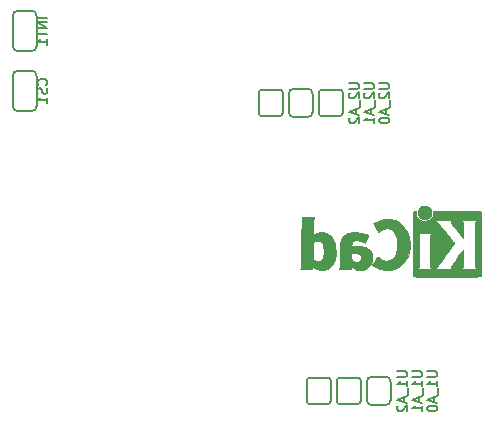
<source format=gbo>
G04 #@! TF.FileFunction,Legend,Bot*
%FSLAX46Y46*%
G04 Gerber Fmt 4.6, Leading zero omitted, Abs format (unit mm)*
G04 Created by KiCad (PCBNEW 4.0.7) date 04/09/18 16:02:50*
%MOMM*%
%LPD*%
G01*
G04 APERTURE LIST*
%ADD10C,0.100000*%
%ADD11C,0.152400*%
%ADD12C,0.010000*%
G04 APERTURE END LIST*
D10*
D11*
X106172000Y-81026000D02*
X106172000Y-83566000D01*
X106629200Y-80568800D02*
X107746800Y-80568800D01*
X106629200Y-84023200D02*
X107746800Y-84023200D01*
X108204000Y-83566000D02*
X108204000Y-81026000D01*
X107746800Y-80568800D02*
G75*
G02X108204000Y-81026000I0J-457200D01*
G01*
X108204000Y-83566000D02*
G75*
G02X107746800Y-84023200I-457200J0D01*
G01*
X106629200Y-84023200D02*
G75*
G02X106172000Y-83566000I0J457200D01*
G01*
X106172000Y-81026000D02*
G75*
G02X106629200Y-80568800I457200J0D01*
G01*
X106172000Y-75946000D02*
X106172000Y-78486000D01*
X106629200Y-75488800D02*
X107746800Y-75488800D01*
X106629200Y-78943200D02*
X107746800Y-78943200D01*
X108204000Y-78486000D02*
X108204000Y-75946000D01*
X107746800Y-75488800D02*
G75*
G02X108204000Y-75946000I0J-457200D01*
G01*
X108204000Y-78486000D02*
G75*
G02X107746800Y-78943200I-457200J0D01*
G01*
X106629200Y-78943200D02*
G75*
G02X106172000Y-78486000I0J457200D01*
G01*
X106172000Y-75946000D02*
G75*
G02X106629200Y-75488800I457200J0D01*
G01*
X138176000Y-108458000D02*
X138176000Y-106934000D01*
X137718800Y-108915200D02*
X136601200Y-108915200D01*
X137718800Y-106476800D02*
X136601200Y-106476800D01*
X136144000Y-106934000D02*
X136144000Y-108458000D01*
X136601200Y-108915200D02*
G75*
G02X136144000Y-108458000I0J457200D01*
G01*
X136144000Y-106934000D02*
G75*
G02X136601200Y-106476800I457200J0D01*
G01*
X137718800Y-106476800D02*
G75*
G02X138176000Y-106934000I0J-457200D01*
G01*
X138176000Y-108458000D02*
G75*
G02X137718800Y-108915200I-457200J0D01*
G01*
X135636000Y-108559600D02*
X135636000Y-106832400D01*
X135382000Y-108813600D02*
X133858000Y-108813600D01*
X135382000Y-106578400D02*
X133858000Y-106578400D01*
X133604000Y-106832400D02*
X133604000Y-108559600D01*
X133858000Y-108813600D02*
G75*
G02X133604000Y-108559600I0J254000D01*
G01*
X133604000Y-106832400D02*
G75*
G02X133858000Y-106578400I254000J0D01*
G01*
X135382000Y-106578400D02*
G75*
G02X135636000Y-106832400I0J-254000D01*
G01*
X135636000Y-108559600D02*
G75*
G02X135382000Y-108813600I-254000J0D01*
G01*
X133096000Y-108559600D02*
X133096000Y-106832400D01*
X132842000Y-108813600D02*
X131318000Y-108813600D01*
X132842000Y-106578400D02*
X131318000Y-106578400D01*
X131064000Y-106832400D02*
X131064000Y-108559600D01*
X131318000Y-108813600D02*
G75*
G02X131064000Y-108559600I0J254000D01*
G01*
X131064000Y-106832400D02*
G75*
G02X131318000Y-106578400I254000J0D01*
G01*
X132842000Y-106578400D02*
G75*
G02X133096000Y-106832400I0J-254000D01*
G01*
X133096000Y-108559600D02*
G75*
G02X132842000Y-108813600I-254000J0D01*
G01*
X134112000Y-84175600D02*
X134112000Y-82448400D01*
X133858000Y-84429600D02*
X132334000Y-84429600D01*
X133858000Y-82194400D02*
X132334000Y-82194400D01*
X132080000Y-82448400D02*
X132080000Y-84175600D01*
X132334000Y-84429600D02*
G75*
G02X132080000Y-84175600I0J254000D01*
G01*
X132080000Y-82448400D02*
G75*
G02X132334000Y-82194400I254000J0D01*
G01*
X133858000Y-82194400D02*
G75*
G02X134112000Y-82448400I0J-254000D01*
G01*
X134112000Y-84175600D02*
G75*
G02X133858000Y-84429600I-254000J0D01*
G01*
X131572000Y-84074000D02*
X131572000Y-82550000D01*
X131114800Y-84531200D02*
X129997200Y-84531200D01*
X131114800Y-82092800D02*
X129997200Y-82092800D01*
X129540000Y-82550000D02*
X129540000Y-84074000D01*
X129997200Y-84531200D02*
G75*
G02X129540000Y-84074000I0J457200D01*
G01*
X129540000Y-82550000D02*
G75*
G02X129997200Y-82092800I457200J0D01*
G01*
X131114800Y-82092800D02*
G75*
G02X131572000Y-82550000I0J-457200D01*
G01*
X131572000Y-84074000D02*
G75*
G02X131114800Y-84531200I-457200J0D01*
G01*
X129032000Y-84175600D02*
X129032000Y-82448400D01*
X128778000Y-84429600D02*
X127254000Y-84429600D01*
X128778000Y-82194400D02*
X127254000Y-82194400D01*
X127000000Y-82448400D02*
X127000000Y-84175600D01*
X127254000Y-84429600D02*
G75*
G02X127000000Y-84175600I0J254000D01*
G01*
X127000000Y-82448400D02*
G75*
G02X127254000Y-82194400I254000J0D01*
G01*
X128778000Y-82194400D02*
G75*
G02X129032000Y-82448400I0J-254000D01*
G01*
X129032000Y-84175600D02*
G75*
G02X128778000Y-84429600I-254000J0D01*
G01*
D12*
G36*
X144131743Y-92469689D02*
X143867220Y-92469725D01*
X143744088Y-92469730D01*
X141773189Y-92469730D01*
X141773189Y-92585910D01*
X141760789Y-92727291D01*
X141723364Y-92857684D01*
X141660577Y-92977862D01*
X141572094Y-93088602D01*
X141542157Y-93118511D01*
X141434466Y-93203348D01*
X141315725Y-93265221D01*
X141189460Y-93304159D01*
X141059197Y-93320190D01*
X140928465Y-93313342D01*
X140800788Y-93283643D01*
X140679695Y-93231120D01*
X140568712Y-93155803D01*
X140518868Y-93110363D01*
X140425983Y-92998952D01*
X140357873Y-92876435D01*
X140315129Y-92744215D01*
X140298347Y-92603692D01*
X140298124Y-92589867D01*
X140297244Y-92469734D01*
X140244443Y-92469732D01*
X140197604Y-92476089D01*
X140154817Y-92491556D01*
X140151989Y-92493154D01*
X140142325Y-92498168D01*
X140133451Y-92502073D01*
X140125335Y-92506007D01*
X140117943Y-92511106D01*
X140111245Y-92518508D01*
X140105208Y-92529351D01*
X140099801Y-92544772D01*
X140094990Y-92565909D01*
X140090745Y-92593899D01*
X140087032Y-92629879D01*
X140083821Y-92674987D01*
X140081078Y-92730360D01*
X140078772Y-92797137D01*
X140076871Y-92876453D01*
X140075342Y-92969447D01*
X140074154Y-93077257D01*
X140073274Y-93201019D01*
X140072670Y-93341871D01*
X140072311Y-93500950D01*
X140072165Y-93679395D01*
X140072198Y-93878342D01*
X140072380Y-94098929D01*
X140072677Y-94342293D01*
X140073059Y-94609572D01*
X140073492Y-94901903D01*
X140073945Y-95220424D01*
X140073998Y-95259230D01*
X140074404Y-95579782D01*
X140074749Y-95874012D01*
X140075069Y-96143056D01*
X140075400Y-96388052D01*
X140075779Y-96610137D01*
X140076243Y-96810447D01*
X140076828Y-96990119D01*
X140077570Y-97150290D01*
X140078506Y-97292098D01*
X140079673Y-97416679D01*
X140081107Y-97525170D01*
X140082844Y-97618707D01*
X140084922Y-97698429D01*
X140087376Y-97765472D01*
X140090244Y-97820973D01*
X140093561Y-97866068D01*
X140097364Y-97901895D01*
X140101690Y-97929591D01*
X140106575Y-97950293D01*
X140112055Y-97965137D01*
X140118168Y-97975260D01*
X140124950Y-97981800D01*
X140132437Y-97985893D01*
X140140666Y-97988676D01*
X140149673Y-97991287D01*
X140159495Y-97994862D01*
X140161894Y-97995950D01*
X140169435Y-97998396D01*
X140182056Y-98000642D01*
X140200859Y-98002698D01*
X140226947Y-98004572D01*
X140261422Y-98006271D01*
X140305385Y-98007803D01*
X140359939Y-98009177D01*
X140426185Y-98010400D01*
X140505226Y-98011481D01*
X140598163Y-98012427D01*
X140706099Y-98013247D01*
X140830136Y-98013947D01*
X140971376Y-98014538D01*
X141130921Y-98015025D01*
X141309872Y-98015419D01*
X141509332Y-98015725D01*
X141730404Y-98015953D01*
X141974188Y-98016110D01*
X142241787Y-98016205D01*
X142534303Y-98016245D01*
X142852839Y-98016238D01*
X142956021Y-98016228D01*
X143281623Y-98016176D01*
X143580881Y-98016091D01*
X143854909Y-98015963D01*
X144104824Y-98015785D01*
X144331740Y-98015548D01*
X144536773Y-98015242D01*
X144721038Y-98014860D01*
X144885650Y-98014392D01*
X145031725Y-98013830D01*
X145160376Y-98013165D01*
X145272721Y-98012388D01*
X145369874Y-98011491D01*
X145452950Y-98010465D01*
X145523064Y-98009301D01*
X145581332Y-98007991D01*
X145628869Y-98006525D01*
X145666790Y-98004896D01*
X145696210Y-98003093D01*
X145718245Y-98001110D01*
X145734010Y-97998936D01*
X145744620Y-97996563D01*
X145750404Y-97994391D01*
X145760684Y-97990056D01*
X145770122Y-97986859D01*
X145778755Y-97983665D01*
X145786619Y-97979338D01*
X145793748Y-97972744D01*
X145800179Y-97962747D01*
X145805947Y-97948212D01*
X145811089Y-97928003D01*
X145815640Y-97900985D01*
X145819635Y-97866023D01*
X145823111Y-97821981D01*
X145826102Y-97767724D01*
X145828646Y-97702117D01*
X145830777Y-97624024D01*
X145832532Y-97532310D01*
X145833945Y-97425840D01*
X145834315Y-97384973D01*
X145467884Y-97384973D01*
X144172734Y-97384973D01*
X144197655Y-97347217D01*
X144222447Y-97308417D01*
X144243440Y-97271469D01*
X144260935Y-97233788D01*
X144275230Y-97192788D01*
X144286623Y-97145883D01*
X144295413Y-97090487D01*
X144301898Y-97024016D01*
X144306377Y-96943883D01*
X144309150Y-96847502D01*
X144310513Y-96732289D01*
X144310767Y-96595657D01*
X144310209Y-96435020D01*
X144309893Y-96375382D01*
X144306325Y-95736041D01*
X143901298Y-96287449D01*
X143786554Y-96443876D01*
X143687143Y-96580088D01*
X143601990Y-96697890D01*
X143530022Y-96799084D01*
X143470166Y-96885477D01*
X143421348Y-96958874D01*
X143382495Y-97021077D01*
X143352534Y-97073893D01*
X143330391Y-97119125D01*
X143314993Y-97158578D01*
X143305266Y-97194058D01*
X143300137Y-97227368D01*
X143298532Y-97260313D01*
X143299379Y-97294697D01*
X143299595Y-97299019D01*
X143304054Y-97385031D01*
X141884692Y-97384973D01*
X141990265Y-97278522D01*
X142018913Y-97249406D01*
X142046090Y-97221076D01*
X142072989Y-97191968D01*
X142100803Y-97160520D01*
X142130725Y-97125169D01*
X142163946Y-97084354D01*
X142201661Y-97036511D01*
X142245060Y-96980079D01*
X142295338Y-96913494D01*
X142353688Y-96835195D01*
X142421300Y-96743619D01*
X142499369Y-96637204D01*
X142589088Y-96514387D01*
X142691648Y-96373605D01*
X142808242Y-96213297D01*
X142903809Y-96081798D01*
X143023749Y-95916596D01*
X143128380Y-95772152D01*
X143218648Y-95647094D01*
X143295503Y-95540052D01*
X143359891Y-95449654D01*
X143412761Y-95374529D01*
X143455060Y-95313304D01*
X143487736Y-95264610D01*
X143511738Y-95227074D01*
X143528013Y-95199325D01*
X143537508Y-95179992D01*
X143541173Y-95167703D01*
X143540071Y-95161242D01*
X143526724Y-95144048D01*
X143497866Y-95107655D01*
X143455240Y-95054224D01*
X143400585Y-94985919D01*
X143335644Y-94904903D01*
X143262158Y-94813340D01*
X143181868Y-94713392D01*
X143096515Y-94607224D01*
X143007840Y-94496997D01*
X142917586Y-94384876D01*
X142867944Y-94323244D01*
X141635373Y-94323244D01*
X141584146Y-94415919D01*
X141532919Y-94508595D01*
X141532919Y-97199622D01*
X141584146Y-97292298D01*
X141635373Y-97384973D01*
X141029396Y-97384973D01*
X140884734Y-97384931D01*
X140765244Y-97384741D01*
X140668642Y-97384308D01*
X140592642Y-97383536D01*
X140534957Y-97382330D01*
X140493301Y-97380594D01*
X140465389Y-97378232D01*
X140448935Y-97375150D01*
X140441652Y-97371251D01*
X140441255Y-97366440D01*
X140445458Y-97360622D01*
X140445501Y-97360574D01*
X140462813Y-97335532D01*
X140485736Y-97294815D01*
X140505981Y-97254168D01*
X140544379Y-97172162D01*
X140552211Y-94323244D01*
X141635373Y-94323244D01*
X142867944Y-94323244D01*
X142827493Y-94273024D01*
X142739302Y-94163604D01*
X142654754Y-94058778D01*
X142575592Y-93960711D01*
X142503556Y-93871566D01*
X142440387Y-93793505D01*
X142387827Y-93728692D01*
X142347617Y-93679290D01*
X142324000Y-93650487D01*
X142232290Y-93542778D01*
X142144060Y-93445580D01*
X142062403Y-93362076D01*
X141990410Y-93295448D01*
X141939319Y-93254599D01*
X141878907Y-93211135D01*
X143268298Y-93211135D01*
X143267908Y-93292666D01*
X143271791Y-93352606D01*
X143286390Y-93408177D01*
X143308988Y-93460855D01*
X143323678Y-93490615D01*
X143339472Y-93520103D01*
X143357814Y-93551276D01*
X143380145Y-93586093D01*
X143407909Y-93626510D01*
X143442549Y-93674486D01*
X143485507Y-93731978D01*
X143538227Y-93800943D01*
X143602151Y-93883339D01*
X143678721Y-93981124D01*
X143769381Y-94096255D01*
X143875574Y-94230690D01*
X143887568Y-94245859D01*
X144306325Y-94775412D01*
X144310378Y-94188922D01*
X144311195Y-94013251D01*
X144311021Y-93864532D01*
X144309849Y-93742275D01*
X144307669Y-93645989D01*
X144304474Y-93575183D01*
X144300256Y-93529369D01*
X144298838Y-93520679D01*
X144276591Y-93429135D01*
X144247443Y-93346608D01*
X144214182Y-93280253D01*
X144194200Y-93252110D01*
X144159722Y-93211135D01*
X144813914Y-93211135D01*
X144969969Y-93211269D01*
X145100467Y-93211703D01*
X145207310Y-93212489D01*
X145292398Y-93213676D01*
X145357635Y-93215317D01*
X145404921Y-93217461D01*
X145436157Y-93220159D01*
X145453246Y-93223462D01*
X145458088Y-93227421D01*
X145457753Y-93228298D01*
X145443885Y-93249231D01*
X145420732Y-93282412D01*
X145408754Y-93299193D01*
X145396369Y-93315940D01*
X145385237Y-93330915D01*
X145375288Y-93345594D01*
X145366451Y-93361449D01*
X145358657Y-93379955D01*
X145351835Y-93402585D01*
X145345916Y-93430813D01*
X145340829Y-93466113D01*
X145336504Y-93509958D01*
X145332871Y-93563822D01*
X145329860Y-93629180D01*
X145327401Y-93707504D01*
X145325423Y-93800268D01*
X145323858Y-93908947D01*
X145322634Y-94035013D01*
X145321681Y-94179942D01*
X145320930Y-94345206D01*
X145320311Y-94532279D01*
X145319752Y-94742635D01*
X145319185Y-94977748D01*
X145318655Y-95193741D01*
X145318155Y-95434535D01*
X145317895Y-95664274D01*
X145317868Y-95881493D01*
X145318067Y-96084722D01*
X145318486Y-96272496D01*
X145319118Y-96443345D01*
X145319956Y-96595803D01*
X145320992Y-96728403D01*
X145322220Y-96839676D01*
X145323633Y-96928156D01*
X145325225Y-96992375D01*
X145326987Y-97030865D01*
X145327321Y-97034933D01*
X145339466Y-97128248D01*
X145358427Y-97203190D01*
X145387302Y-97268594D01*
X145429190Y-97333293D01*
X145434429Y-97340352D01*
X145467884Y-97384973D01*
X145834315Y-97384973D01*
X145835054Y-97303479D01*
X145835893Y-97164090D01*
X145836498Y-97006539D01*
X145836905Y-96829691D01*
X145837150Y-96632410D01*
X145837267Y-96413560D01*
X145837295Y-96172007D01*
X145837267Y-95906615D01*
X145837220Y-95616249D01*
X145837190Y-95299773D01*
X145837189Y-95236946D01*
X145837172Y-94917137D01*
X145837112Y-94623661D01*
X145837002Y-94355390D01*
X145836833Y-94111198D01*
X145836597Y-93889957D01*
X145836284Y-93690540D01*
X145835885Y-93511820D01*
X145835393Y-93352671D01*
X145834797Y-93211966D01*
X145834090Y-93088576D01*
X145833263Y-92981376D01*
X145832307Y-92889238D01*
X145831213Y-92811035D01*
X145829973Y-92745641D01*
X145828578Y-92691928D01*
X145827018Y-92648769D01*
X145825286Y-92615037D01*
X145823372Y-92589605D01*
X145821268Y-92571347D01*
X145818966Y-92559134D01*
X145816455Y-92551841D01*
X145816363Y-92551659D01*
X145811192Y-92540518D01*
X145806885Y-92530431D01*
X145802121Y-92521346D01*
X145795578Y-92513212D01*
X145785935Y-92505976D01*
X145771871Y-92499586D01*
X145752063Y-92493989D01*
X145725191Y-92489133D01*
X145689933Y-92484966D01*
X145644968Y-92481436D01*
X145588974Y-92478491D01*
X145520629Y-92476077D01*
X145438614Y-92474144D01*
X145341605Y-92472638D01*
X145228282Y-92471508D01*
X145097323Y-92470702D01*
X144947407Y-92470166D01*
X144777213Y-92469849D01*
X144585418Y-92469699D01*
X144370702Y-92469663D01*
X144131743Y-92469689D01*
X144131743Y-92469689D01*
G37*
X144131743Y-92469689D02*
X143867220Y-92469725D01*
X143744088Y-92469730D01*
X141773189Y-92469730D01*
X141773189Y-92585910D01*
X141760789Y-92727291D01*
X141723364Y-92857684D01*
X141660577Y-92977862D01*
X141572094Y-93088602D01*
X141542157Y-93118511D01*
X141434466Y-93203348D01*
X141315725Y-93265221D01*
X141189460Y-93304159D01*
X141059197Y-93320190D01*
X140928465Y-93313342D01*
X140800788Y-93283643D01*
X140679695Y-93231120D01*
X140568712Y-93155803D01*
X140518868Y-93110363D01*
X140425983Y-92998952D01*
X140357873Y-92876435D01*
X140315129Y-92744215D01*
X140298347Y-92603692D01*
X140298124Y-92589867D01*
X140297244Y-92469734D01*
X140244443Y-92469732D01*
X140197604Y-92476089D01*
X140154817Y-92491556D01*
X140151989Y-92493154D01*
X140142325Y-92498168D01*
X140133451Y-92502073D01*
X140125335Y-92506007D01*
X140117943Y-92511106D01*
X140111245Y-92518508D01*
X140105208Y-92529351D01*
X140099801Y-92544772D01*
X140094990Y-92565909D01*
X140090745Y-92593899D01*
X140087032Y-92629879D01*
X140083821Y-92674987D01*
X140081078Y-92730360D01*
X140078772Y-92797137D01*
X140076871Y-92876453D01*
X140075342Y-92969447D01*
X140074154Y-93077257D01*
X140073274Y-93201019D01*
X140072670Y-93341871D01*
X140072311Y-93500950D01*
X140072165Y-93679395D01*
X140072198Y-93878342D01*
X140072380Y-94098929D01*
X140072677Y-94342293D01*
X140073059Y-94609572D01*
X140073492Y-94901903D01*
X140073945Y-95220424D01*
X140073998Y-95259230D01*
X140074404Y-95579782D01*
X140074749Y-95874012D01*
X140075069Y-96143056D01*
X140075400Y-96388052D01*
X140075779Y-96610137D01*
X140076243Y-96810447D01*
X140076828Y-96990119D01*
X140077570Y-97150290D01*
X140078506Y-97292098D01*
X140079673Y-97416679D01*
X140081107Y-97525170D01*
X140082844Y-97618707D01*
X140084922Y-97698429D01*
X140087376Y-97765472D01*
X140090244Y-97820973D01*
X140093561Y-97866068D01*
X140097364Y-97901895D01*
X140101690Y-97929591D01*
X140106575Y-97950293D01*
X140112055Y-97965137D01*
X140118168Y-97975260D01*
X140124950Y-97981800D01*
X140132437Y-97985893D01*
X140140666Y-97988676D01*
X140149673Y-97991287D01*
X140159495Y-97994862D01*
X140161894Y-97995950D01*
X140169435Y-97998396D01*
X140182056Y-98000642D01*
X140200859Y-98002698D01*
X140226947Y-98004572D01*
X140261422Y-98006271D01*
X140305385Y-98007803D01*
X140359939Y-98009177D01*
X140426185Y-98010400D01*
X140505226Y-98011481D01*
X140598163Y-98012427D01*
X140706099Y-98013247D01*
X140830136Y-98013947D01*
X140971376Y-98014538D01*
X141130921Y-98015025D01*
X141309872Y-98015419D01*
X141509332Y-98015725D01*
X141730404Y-98015953D01*
X141974188Y-98016110D01*
X142241787Y-98016205D01*
X142534303Y-98016245D01*
X142852839Y-98016238D01*
X142956021Y-98016228D01*
X143281623Y-98016176D01*
X143580881Y-98016091D01*
X143854909Y-98015963D01*
X144104824Y-98015785D01*
X144331740Y-98015548D01*
X144536773Y-98015242D01*
X144721038Y-98014860D01*
X144885650Y-98014392D01*
X145031725Y-98013830D01*
X145160376Y-98013165D01*
X145272721Y-98012388D01*
X145369874Y-98011491D01*
X145452950Y-98010465D01*
X145523064Y-98009301D01*
X145581332Y-98007991D01*
X145628869Y-98006525D01*
X145666790Y-98004896D01*
X145696210Y-98003093D01*
X145718245Y-98001110D01*
X145734010Y-97998936D01*
X145744620Y-97996563D01*
X145750404Y-97994391D01*
X145760684Y-97990056D01*
X145770122Y-97986859D01*
X145778755Y-97983665D01*
X145786619Y-97979338D01*
X145793748Y-97972744D01*
X145800179Y-97962747D01*
X145805947Y-97948212D01*
X145811089Y-97928003D01*
X145815640Y-97900985D01*
X145819635Y-97866023D01*
X145823111Y-97821981D01*
X145826102Y-97767724D01*
X145828646Y-97702117D01*
X145830777Y-97624024D01*
X145832532Y-97532310D01*
X145833945Y-97425840D01*
X145834315Y-97384973D01*
X145467884Y-97384973D01*
X144172734Y-97384973D01*
X144197655Y-97347217D01*
X144222447Y-97308417D01*
X144243440Y-97271469D01*
X144260935Y-97233788D01*
X144275230Y-97192788D01*
X144286623Y-97145883D01*
X144295413Y-97090487D01*
X144301898Y-97024016D01*
X144306377Y-96943883D01*
X144309150Y-96847502D01*
X144310513Y-96732289D01*
X144310767Y-96595657D01*
X144310209Y-96435020D01*
X144309893Y-96375382D01*
X144306325Y-95736041D01*
X143901298Y-96287449D01*
X143786554Y-96443876D01*
X143687143Y-96580088D01*
X143601990Y-96697890D01*
X143530022Y-96799084D01*
X143470166Y-96885477D01*
X143421348Y-96958874D01*
X143382495Y-97021077D01*
X143352534Y-97073893D01*
X143330391Y-97119125D01*
X143314993Y-97158578D01*
X143305266Y-97194058D01*
X143300137Y-97227368D01*
X143298532Y-97260313D01*
X143299379Y-97294697D01*
X143299595Y-97299019D01*
X143304054Y-97385031D01*
X141884692Y-97384973D01*
X141990265Y-97278522D01*
X142018913Y-97249406D01*
X142046090Y-97221076D01*
X142072989Y-97191968D01*
X142100803Y-97160520D01*
X142130725Y-97125169D01*
X142163946Y-97084354D01*
X142201661Y-97036511D01*
X142245060Y-96980079D01*
X142295338Y-96913494D01*
X142353688Y-96835195D01*
X142421300Y-96743619D01*
X142499369Y-96637204D01*
X142589088Y-96514387D01*
X142691648Y-96373605D01*
X142808242Y-96213297D01*
X142903809Y-96081798D01*
X143023749Y-95916596D01*
X143128380Y-95772152D01*
X143218648Y-95647094D01*
X143295503Y-95540052D01*
X143359891Y-95449654D01*
X143412761Y-95374529D01*
X143455060Y-95313304D01*
X143487736Y-95264610D01*
X143511738Y-95227074D01*
X143528013Y-95199325D01*
X143537508Y-95179992D01*
X143541173Y-95167703D01*
X143540071Y-95161242D01*
X143526724Y-95144048D01*
X143497866Y-95107655D01*
X143455240Y-95054224D01*
X143400585Y-94985919D01*
X143335644Y-94904903D01*
X143262158Y-94813340D01*
X143181868Y-94713392D01*
X143096515Y-94607224D01*
X143007840Y-94496997D01*
X142917586Y-94384876D01*
X142867944Y-94323244D01*
X141635373Y-94323244D01*
X141584146Y-94415919D01*
X141532919Y-94508595D01*
X141532919Y-97199622D01*
X141584146Y-97292298D01*
X141635373Y-97384973D01*
X141029396Y-97384973D01*
X140884734Y-97384931D01*
X140765244Y-97384741D01*
X140668642Y-97384308D01*
X140592642Y-97383536D01*
X140534957Y-97382330D01*
X140493301Y-97380594D01*
X140465389Y-97378232D01*
X140448935Y-97375150D01*
X140441652Y-97371251D01*
X140441255Y-97366440D01*
X140445458Y-97360622D01*
X140445501Y-97360574D01*
X140462813Y-97335532D01*
X140485736Y-97294815D01*
X140505981Y-97254168D01*
X140544379Y-97172162D01*
X140552211Y-94323244D01*
X141635373Y-94323244D01*
X142867944Y-94323244D01*
X142827493Y-94273024D01*
X142739302Y-94163604D01*
X142654754Y-94058778D01*
X142575592Y-93960711D01*
X142503556Y-93871566D01*
X142440387Y-93793505D01*
X142387827Y-93728692D01*
X142347617Y-93679290D01*
X142324000Y-93650487D01*
X142232290Y-93542778D01*
X142144060Y-93445580D01*
X142062403Y-93362076D01*
X141990410Y-93295448D01*
X141939319Y-93254599D01*
X141878907Y-93211135D01*
X143268298Y-93211135D01*
X143267908Y-93292666D01*
X143271791Y-93352606D01*
X143286390Y-93408177D01*
X143308988Y-93460855D01*
X143323678Y-93490615D01*
X143339472Y-93520103D01*
X143357814Y-93551276D01*
X143380145Y-93586093D01*
X143407909Y-93626510D01*
X143442549Y-93674486D01*
X143485507Y-93731978D01*
X143538227Y-93800943D01*
X143602151Y-93883339D01*
X143678721Y-93981124D01*
X143769381Y-94096255D01*
X143875574Y-94230690D01*
X143887568Y-94245859D01*
X144306325Y-94775412D01*
X144310378Y-94188922D01*
X144311195Y-94013251D01*
X144311021Y-93864532D01*
X144309849Y-93742275D01*
X144307669Y-93645989D01*
X144304474Y-93575183D01*
X144300256Y-93529369D01*
X144298838Y-93520679D01*
X144276591Y-93429135D01*
X144247443Y-93346608D01*
X144214182Y-93280253D01*
X144194200Y-93252110D01*
X144159722Y-93211135D01*
X144813914Y-93211135D01*
X144969969Y-93211269D01*
X145100467Y-93211703D01*
X145207310Y-93212489D01*
X145292398Y-93213676D01*
X145357635Y-93215317D01*
X145404921Y-93217461D01*
X145436157Y-93220159D01*
X145453246Y-93223462D01*
X145458088Y-93227421D01*
X145457753Y-93228298D01*
X145443885Y-93249231D01*
X145420732Y-93282412D01*
X145408754Y-93299193D01*
X145396369Y-93315940D01*
X145385237Y-93330915D01*
X145375288Y-93345594D01*
X145366451Y-93361449D01*
X145358657Y-93379955D01*
X145351835Y-93402585D01*
X145345916Y-93430813D01*
X145340829Y-93466113D01*
X145336504Y-93509958D01*
X145332871Y-93563822D01*
X145329860Y-93629180D01*
X145327401Y-93707504D01*
X145325423Y-93800268D01*
X145323858Y-93908947D01*
X145322634Y-94035013D01*
X145321681Y-94179942D01*
X145320930Y-94345206D01*
X145320311Y-94532279D01*
X145319752Y-94742635D01*
X145319185Y-94977748D01*
X145318655Y-95193741D01*
X145318155Y-95434535D01*
X145317895Y-95664274D01*
X145317868Y-95881493D01*
X145318067Y-96084722D01*
X145318486Y-96272496D01*
X145319118Y-96443345D01*
X145319956Y-96595803D01*
X145320992Y-96728403D01*
X145322220Y-96839676D01*
X145323633Y-96928156D01*
X145325225Y-96992375D01*
X145326987Y-97030865D01*
X145327321Y-97034933D01*
X145339466Y-97128248D01*
X145358427Y-97203190D01*
X145387302Y-97268594D01*
X145429190Y-97333293D01*
X145434429Y-97340352D01*
X145467884Y-97384973D01*
X145834315Y-97384973D01*
X145835054Y-97303479D01*
X145835893Y-97164090D01*
X145836498Y-97006539D01*
X145836905Y-96829691D01*
X145837150Y-96632410D01*
X145837267Y-96413560D01*
X145837295Y-96172007D01*
X145837267Y-95906615D01*
X145837220Y-95616249D01*
X145837190Y-95299773D01*
X145837189Y-95236946D01*
X145837172Y-94917137D01*
X145837112Y-94623661D01*
X145837002Y-94355390D01*
X145836833Y-94111198D01*
X145836597Y-93889957D01*
X145836284Y-93690540D01*
X145835885Y-93511820D01*
X145835393Y-93352671D01*
X145834797Y-93211966D01*
X145834090Y-93088576D01*
X145833263Y-92981376D01*
X145832307Y-92889238D01*
X145831213Y-92811035D01*
X145829973Y-92745641D01*
X145828578Y-92691928D01*
X145827018Y-92648769D01*
X145825286Y-92615037D01*
X145823372Y-92589605D01*
X145821268Y-92571347D01*
X145818966Y-92559134D01*
X145816455Y-92551841D01*
X145816363Y-92551659D01*
X145811192Y-92540518D01*
X145806885Y-92530431D01*
X145802121Y-92521346D01*
X145795578Y-92513212D01*
X145785935Y-92505976D01*
X145771871Y-92499586D01*
X145752063Y-92493989D01*
X145725191Y-92489133D01*
X145689933Y-92484966D01*
X145644968Y-92481436D01*
X145588974Y-92478491D01*
X145520629Y-92476077D01*
X145438614Y-92474144D01*
X145341605Y-92472638D01*
X145228282Y-92471508D01*
X145097323Y-92470702D01*
X144947407Y-92470166D01*
X144777213Y-92469849D01*
X144585418Y-92469699D01*
X144370702Y-92469663D01*
X144131743Y-92469689D01*
G36*
X137736038Y-93156499D02*
X137587986Y-93172707D01*
X137444548Y-93201718D01*
X137299890Y-93245045D01*
X137148176Y-93304201D01*
X136983572Y-93380700D01*
X136953929Y-93395517D01*
X136885902Y-93429031D01*
X136821744Y-93459208D01*
X136767785Y-93483166D01*
X136730360Y-93498024D01*
X136724611Y-93499895D01*
X136669514Y-93516402D01*
X136916149Y-93875201D01*
X136976448Y-93962893D01*
X137031578Y-94043012D01*
X137079664Y-94112836D01*
X137118832Y-94169647D01*
X137147206Y-94210723D01*
X137162913Y-94233346D01*
X137165464Y-94236928D01*
X137175829Y-94229438D01*
X137201340Y-94206918D01*
X137237437Y-94173461D01*
X137257358Y-94154550D01*
X137370227Y-94064778D01*
X137496986Y-93996561D01*
X137606217Y-93959195D01*
X137671786Y-93947460D01*
X137753884Y-93940308D01*
X137842856Y-93937874D01*
X137929044Y-93940288D01*
X138002795Y-93947683D01*
X138032224Y-93953347D01*
X138164867Y-93998982D01*
X138284394Y-94068663D01*
X138390717Y-94162260D01*
X138483747Y-94279649D01*
X138563395Y-94420700D01*
X138629574Y-94585286D01*
X138682194Y-94773280D01*
X138713467Y-94934217D01*
X138721626Y-95005263D01*
X138727185Y-95097046D01*
X138730198Y-95202968D01*
X138730719Y-95316434D01*
X138728800Y-95430849D01*
X138724497Y-95539617D01*
X138717863Y-95636143D01*
X138708951Y-95713831D01*
X138707021Y-95725817D01*
X138664501Y-95918892D01*
X138606567Y-96089773D01*
X138532867Y-96239224D01*
X138443049Y-96368011D01*
X138379293Y-96437639D01*
X138264714Y-96532173D01*
X138139058Y-96602246D01*
X138004443Y-96647477D01*
X137862989Y-96667484D01*
X137716817Y-96661885D01*
X137568045Y-96630300D01*
X137480089Y-96599394D01*
X137358371Y-96537506D01*
X137232920Y-96448729D01*
X137162647Y-96388694D01*
X137123189Y-96353947D01*
X137092188Y-96328454D01*
X137074542Y-96316170D01*
X137072352Y-96315795D01*
X137064476Y-96328347D01*
X137044068Y-96361516D01*
X137012868Y-96412458D01*
X136972614Y-96478331D01*
X136925043Y-96556289D01*
X136871896Y-96643490D01*
X136842313Y-96692067D01*
X136616352Y-97063215D01*
X136898473Y-97202639D01*
X137000478Y-97252719D01*
X137083111Y-97292210D01*
X137151422Y-97323073D01*
X137210463Y-97347268D01*
X137265286Y-97366758D01*
X137320940Y-97383503D01*
X137382477Y-97399465D01*
X137441460Y-97413482D01*
X137493885Y-97424329D01*
X137548712Y-97432526D01*
X137611428Y-97438528D01*
X137687523Y-97442790D01*
X137782484Y-97445767D01*
X137846487Y-97447052D01*
X137937808Y-97447930D01*
X138025373Y-97447487D01*
X138103388Y-97445852D01*
X138166058Y-97443149D01*
X138207587Y-97439505D01*
X138210048Y-97439142D01*
X138425697Y-97392487D01*
X138628207Y-97321729D01*
X138817505Y-97226914D01*
X138993521Y-97108089D01*
X139156184Y-96965300D01*
X139305422Y-96798594D01*
X139413504Y-96650433D01*
X139528566Y-96456502D01*
X139621577Y-96251699D01*
X139692987Y-96034383D01*
X139743244Y-95802912D01*
X139772799Y-95555643D01*
X139782111Y-95304559D01*
X139774452Y-95061670D01*
X139750387Y-94837570D01*
X139709148Y-94628477D01*
X139649973Y-94430613D01*
X139572096Y-94240196D01*
X139562797Y-94220468D01*
X139460352Y-94036059D01*
X139334528Y-93860576D01*
X139188888Y-93697650D01*
X139026999Y-93550914D01*
X138852424Y-93424001D01*
X138689756Y-93330905D01*
X138525427Y-93257991D01*
X138360749Y-93205174D01*
X138189348Y-93171015D01*
X138004847Y-93154078D01*
X137894541Y-93151580D01*
X137736038Y-93156499D01*
X137736038Y-93156499D01*
G37*
X137736038Y-93156499D02*
X137587986Y-93172707D01*
X137444548Y-93201718D01*
X137299890Y-93245045D01*
X137148176Y-93304201D01*
X136983572Y-93380700D01*
X136953929Y-93395517D01*
X136885902Y-93429031D01*
X136821744Y-93459208D01*
X136767785Y-93483166D01*
X136730360Y-93498024D01*
X136724611Y-93499895D01*
X136669514Y-93516402D01*
X136916149Y-93875201D01*
X136976448Y-93962893D01*
X137031578Y-94043012D01*
X137079664Y-94112836D01*
X137118832Y-94169647D01*
X137147206Y-94210723D01*
X137162913Y-94233346D01*
X137165464Y-94236928D01*
X137175829Y-94229438D01*
X137201340Y-94206918D01*
X137237437Y-94173461D01*
X137257358Y-94154550D01*
X137370227Y-94064778D01*
X137496986Y-93996561D01*
X137606217Y-93959195D01*
X137671786Y-93947460D01*
X137753884Y-93940308D01*
X137842856Y-93937874D01*
X137929044Y-93940288D01*
X138002795Y-93947683D01*
X138032224Y-93953347D01*
X138164867Y-93998982D01*
X138284394Y-94068663D01*
X138390717Y-94162260D01*
X138483747Y-94279649D01*
X138563395Y-94420700D01*
X138629574Y-94585286D01*
X138682194Y-94773280D01*
X138713467Y-94934217D01*
X138721626Y-95005263D01*
X138727185Y-95097046D01*
X138730198Y-95202968D01*
X138730719Y-95316434D01*
X138728800Y-95430849D01*
X138724497Y-95539617D01*
X138717863Y-95636143D01*
X138708951Y-95713831D01*
X138707021Y-95725817D01*
X138664501Y-95918892D01*
X138606567Y-96089773D01*
X138532867Y-96239224D01*
X138443049Y-96368011D01*
X138379293Y-96437639D01*
X138264714Y-96532173D01*
X138139058Y-96602246D01*
X138004443Y-96647477D01*
X137862989Y-96667484D01*
X137716817Y-96661885D01*
X137568045Y-96630300D01*
X137480089Y-96599394D01*
X137358371Y-96537506D01*
X137232920Y-96448729D01*
X137162647Y-96388694D01*
X137123189Y-96353947D01*
X137092188Y-96328454D01*
X137074542Y-96316170D01*
X137072352Y-96315795D01*
X137064476Y-96328347D01*
X137044068Y-96361516D01*
X137012868Y-96412458D01*
X136972614Y-96478331D01*
X136925043Y-96556289D01*
X136871896Y-96643490D01*
X136842313Y-96692067D01*
X136616352Y-97063215D01*
X136898473Y-97202639D01*
X137000478Y-97252719D01*
X137083111Y-97292210D01*
X137151422Y-97323073D01*
X137210463Y-97347268D01*
X137265286Y-97366758D01*
X137320940Y-97383503D01*
X137382477Y-97399465D01*
X137441460Y-97413482D01*
X137493885Y-97424329D01*
X137548712Y-97432526D01*
X137611428Y-97438528D01*
X137687523Y-97442790D01*
X137782484Y-97445767D01*
X137846487Y-97447052D01*
X137937808Y-97447930D01*
X138025373Y-97447487D01*
X138103388Y-97445852D01*
X138166058Y-97443149D01*
X138207587Y-97439505D01*
X138210048Y-97439142D01*
X138425697Y-97392487D01*
X138628207Y-97321729D01*
X138817505Y-97226914D01*
X138993521Y-97108089D01*
X139156184Y-96965300D01*
X139305422Y-96798594D01*
X139413504Y-96650433D01*
X139528566Y-96456502D01*
X139621577Y-96251699D01*
X139692987Y-96034383D01*
X139743244Y-95802912D01*
X139772799Y-95555643D01*
X139782111Y-95304559D01*
X139774452Y-95061670D01*
X139750387Y-94837570D01*
X139709148Y-94628477D01*
X139649973Y-94430613D01*
X139572096Y-94240196D01*
X139562797Y-94220468D01*
X139460352Y-94036059D01*
X139334528Y-93860576D01*
X139188888Y-93697650D01*
X139026999Y-93550914D01*
X138852424Y-93424001D01*
X138689756Y-93330905D01*
X138525427Y-93257991D01*
X138360749Y-93205174D01*
X138189348Y-93171015D01*
X138004847Y-93154078D01*
X137894541Y-93151580D01*
X137736038Y-93156499D01*
G36*
X135008495Y-94260229D02*
X134940469Y-94265378D01*
X134745837Y-94291273D01*
X134573471Y-94332575D01*
X134422530Y-94389853D01*
X134292175Y-94463674D01*
X134181566Y-94554608D01*
X134089865Y-94663222D01*
X134016230Y-94790085D01*
X133962461Y-94927352D01*
X133948813Y-94971137D01*
X133936927Y-95012141D01*
X133926666Y-95052569D01*
X133917887Y-95094630D01*
X133910452Y-95140531D01*
X133904220Y-95192480D01*
X133899050Y-95252685D01*
X133894804Y-95323352D01*
X133891340Y-95406689D01*
X133888519Y-95504905D01*
X133886200Y-95620205D01*
X133884243Y-95754799D01*
X133882509Y-95910893D01*
X133880857Y-96090695D01*
X133879676Y-96231676D01*
X133871730Y-97199622D01*
X133820244Y-97292770D01*
X133795863Y-97337645D01*
X133777720Y-97372501D01*
X133769065Y-97391054D01*
X133768757Y-97392311D01*
X133781986Y-97393749D01*
X133819674Y-97395074D01*
X133878817Y-97396249D01*
X133956414Y-97397237D01*
X134049464Y-97397999D01*
X134154965Y-97398500D01*
X134269916Y-97398701D01*
X134283622Y-97398703D01*
X134798487Y-97398703D01*
X134798487Y-97282000D01*
X134799365Y-97229260D01*
X134801708Y-97188926D01*
X134805079Y-97167300D01*
X134806569Y-97165298D01*
X134820196Y-97173683D01*
X134848243Y-97195692D01*
X134884697Y-97226601D01*
X134885515Y-97227316D01*
X134952038Y-97276843D01*
X135036052Y-97326575D01*
X135128063Y-97371626D01*
X135218579Y-97407110D01*
X135258433Y-97419236D01*
X135337745Y-97434637D01*
X135435065Y-97444465D01*
X135541484Y-97448580D01*
X135648093Y-97446841D01*
X135745983Y-97439108D01*
X135814487Y-97427981D01*
X135982480Y-97378648D01*
X136133719Y-97308342D01*
X136267218Y-97217933D01*
X136381994Y-97108295D01*
X136477063Y-96980299D01*
X136551440Y-96834818D01*
X136583526Y-96746541D01*
X136603635Y-96660739D01*
X136616962Y-96557736D01*
X136623128Y-96447034D01*
X136622926Y-96430925D01*
X135694352Y-96430925D01*
X135686652Y-96513184D01*
X135661011Y-96581546D01*
X135613622Y-96644970D01*
X135595421Y-96663567D01*
X135530718Y-96713846D01*
X135455934Y-96746056D01*
X135366338Y-96761648D01*
X135271988Y-96762796D01*
X135182499Y-96755216D01*
X135113982Y-96740389D01*
X135084225Y-96729253D01*
X135030592Y-96698904D01*
X134973765Y-96656221D01*
X134921918Y-96608317D01*
X134883222Y-96562301D01*
X134872946Y-96545421D01*
X134864958Y-96521782D01*
X134859279Y-96484168D01*
X134855644Y-96428985D01*
X134853789Y-96352640D01*
X134853406Y-96279981D01*
X134853665Y-96195270D01*
X134854713Y-96134018D01*
X134856955Y-96092227D01*
X134860794Y-96065899D01*
X134866635Y-96051035D01*
X134874882Y-96043639D01*
X134877433Y-96042461D01*
X134899600Y-96038833D01*
X134943320Y-96035866D01*
X135002689Y-96033827D01*
X135071804Y-96032983D01*
X135086811Y-96032982D01*
X135179195Y-96034457D01*
X135250568Y-96038842D01*
X135307281Y-96046738D01*
X135354128Y-96058270D01*
X135470331Y-96102215D01*
X135561457Y-96156243D01*
X135628295Y-96221219D01*
X135671635Y-96298005D01*
X135692266Y-96387467D01*
X135694352Y-96430925D01*
X136622926Y-96430925D01*
X136621756Y-96338133D01*
X136612468Y-96240536D01*
X136605223Y-96201105D01*
X136558961Y-96054701D01*
X136488616Y-95919995D01*
X136395516Y-95798280D01*
X136280988Y-95690847D01*
X136146360Y-95598988D01*
X135992960Y-95523996D01*
X135862541Y-95478458D01*
X135775377Y-95454533D01*
X135692004Y-95435943D01*
X135607024Y-95422084D01*
X135515035Y-95412351D01*
X135410638Y-95406141D01*
X135288432Y-95402851D01*
X135177945Y-95401924D01*
X134850323Y-95401027D01*
X134856599Y-95302547D01*
X134874421Y-95195695D01*
X134912333Y-95103852D01*
X134968720Y-95029310D01*
X135041969Y-94974364D01*
X135106465Y-94947552D01*
X135198877Y-94930654D01*
X135308889Y-94928227D01*
X135431344Y-94939378D01*
X135561086Y-94963210D01*
X135692958Y-94998830D01*
X135821802Y-95045343D01*
X135915434Y-95087883D01*
X135960483Y-95109728D01*
X135994844Y-95124984D01*
X136012319Y-95130937D01*
X136013267Y-95130746D01*
X136019297Y-95117412D01*
X136034355Y-95082068D01*
X136057023Y-95028101D01*
X136085885Y-94958896D01*
X136119523Y-94877840D01*
X136153716Y-94795118D01*
X136290414Y-94463803D01*
X136193180Y-94447833D01*
X136151036Y-94439820D01*
X136087681Y-94426361D01*
X136008543Y-94408679D01*
X135919049Y-94387996D01*
X135824627Y-94365532D01*
X135787027Y-94356403D01*
X135624363Y-94318674D01*
X135481950Y-94290388D01*
X135354473Y-94270972D01*
X135236616Y-94259854D01*
X135123062Y-94256464D01*
X135008495Y-94260229D01*
X135008495Y-94260229D01*
G37*
X135008495Y-94260229D02*
X134940469Y-94265378D01*
X134745837Y-94291273D01*
X134573471Y-94332575D01*
X134422530Y-94389853D01*
X134292175Y-94463674D01*
X134181566Y-94554608D01*
X134089865Y-94663222D01*
X134016230Y-94790085D01*
X133962461Y-94927352D01*
X133948813Y-94971137D01*
X133936927Y-95012141D01*
X133926666Y-95052569D01*
X133917887Y-95094630D01*
X133910452Y-95140531D01*
X133904220Y-95192480D01*
X133899050Y-95252685D01*
X133894804Y-95323352D01*
X133891340Y-95406689D01*
X133888519Y-95504905D01*
X133886200Y-95620205D01*
X133884243Y-95754799D01*
X133882509Y-95910893D01*
X133880857Y-96090695D01*
X133879676Y-96231676D01*
X133871730Y-97199622D01*
X133820244Y-97292770D01*
X133795863Y-97337645D01*
X133777720Y-97372501D01*
X133769065Y-97391054D01*
X133768757Y-97392311D01*
X133781986Y-97393749D01*
X133819674Y-97395074D01*
X133878817Y-97396249D01*
X133956414Y-97397237D01*
X134049464Y-97397999D01*
X134154965Y-97398500D01*
X134269916Y-97398701D01*
X134283622Y-97398703D01*
X134798487Y-97398703D01*
X134798487Y-97282000D01*
X134799365Y-97229260D01*
X134801708Y-97188926D01*
X134805079Y-97167300D01*
X134806569Y-97165298D01*
X134820196Y-97173683D01*
X134848243Y-97195692D01*
X134884697Y-97226601D01*
X134885515Y-97227316D01*
X134952038Y-97276843D01*
X135036052Y-97326575D01*
X135128063Y-97371626D01*
X135218579Y-97407110D01*
X135258433Y-97419236D01*
X135337745Y-97434637D01*
X135435065Y-97444465D01*
X135541484Y-97448580D01*
X135648093Y-97446841D01*
X135745983Y-97439108D01*
X135814487Y-97427981D01*
X135982480Y-97378648D01*
X136133719Y-97308342D01*
X136267218Y-97217933D01*
X136381994Y-97108295D01*
X136477063Y-96980299D01*
X136551440Y-96834818D01*
X136583526Y-96746541D01*
X136603635Y-96660739D01*
X136616962Y-96557736D01*
X136623128Y-96447034D01*
X136622926Y-96430925D01*
X135694352Y-96430925D01*
X135686652Y-96513184D01*
X135661011Y-96581546D01*
X135613622Y-96644970D01*
X135595421Y-96663567D01*
X135530718Y-96713846D01*
X135455934Y-96746056D01*
X135366338Y-96761648D01*
X135271988Y-96762796D01*
X135182499Y-96755216D01*
X135113982Y-96740389D01*
X135084225Y-96729253D01*
X135030592Y-96698904D01*
X134973765Y-96656221D01*
X134921918Y-96608317D01*
X134883222Y-96562301D01*
X134872946Y-96545421D01*
X134864958Y-96521782D01*
X134859279Y-96484168D01*
X134855644Y-96428985D01*
X134853789Y-96352640D01*
X134853406Y-96279981D01*
X134853665Y-96195270D01*
X134854713Y-96134018D01*
X134856955Y-96092227D01*
X134860794Y-96065899D01*
X134866635Y-96051035D01*
X134874882Y-96043639D01*
X134877433Y-96042461D01*
X134899600Y-96038833D01*
X134943320Y-96035866D01*
X135002689Y-96033827D01*
X135071804Y-96032983D01*
X135086811Y-96032982D01*
X135179195Y-96034457D01*
X135250568Y-96038842D01*
X135307281Y-96046738D01*
X135354128Y-96058270D01*
X135470331Y-96102215D01*
X135561457Y-96156243D01*
X135628295Y-96221219D01*
X135671635Y-96298005D01*
X135692266Y-96387467D01*
X135694352Y-96430925D01*
X136622926Y-96430925D01*
X136621756Y-96338133D01*
X136612468Y-96240536D01*
X136605223Y-96201105D01*
X136558961Y-96054701D01*
X136488616Y-95919995D01*
X136395516Y-95798280D01*
X136280988Y-95690847D01*
X136146360Y-95598988D01*
X135992960Y-95523996D01*
X135862541Y-95478458D01*
X135775377Y-95454533D01*
X135692004Y-95435943D01*
X135607024Y-95422084D01*
X135515035Y-95412351D01*
X135410638Y-95406141D01*
X135288432Y-95402851D01*
X135177945Y-95401924D01*
X134850323Y-95401027D01*
X134856599Y-95302547D01*
X134874421Y-95195695D01*
X134912333Y-95103852D01*
X134968720Y-95029310D01*
X135041969Y-94974364D01*
X135106465Y-94947552D01*
X135198877Y-94930654D01*
X135308889Y-94928227D01*
X135431344Y-94939378D01*
X135561086Y-94963210D01*
X135692958Y-94998830D01*
X135821802Y-95045343D01*
X135915434Y-95087883D01*
X135960483Y-95109728D01*
X135994844Y-95124984D01*
X136012319Y-95130937D01*
X136013267Y-95130746D01*
X136019297Y-95117412D01*
X136034355Y-95082068D01*
X136057023Y-95028101D01*
X136085885Y-94958896D01*
X136119523Y-94877840D01*
X136153716Y-94795118D01*
X136290414Y-94463803D01*
X136193180Y-94447833D01*
X136151036Y-94439820D01*
X136087681Y-94426361D01*
X136008543Y-94408679D01*
X135919049Y-94387996D01*
X135824627Y-94365532D01*
X135787027Y-94356403D01*
X135624363Y-94318674D01*
X135481950Y-94290388D01*
X135354473Y-94270972D01*
X135236616Y-94259854D01*
X135123062Y-94256464D01*
X135008495Y-94260229D01*
G36*
X131333730Y-92952825D02*
X131216959Y-92953304D01*
X131177271Y-92953545D01*
X130631514Y-92957135D01*
X130624649Y-95050919D01*
X130623742Y-95334842D01*
X130622938Y-95592640D01*
X130622185Y-95825646D01*
X130621431Y-96035194D01*
X130620625Y-96222618D01*
X130619715Y-96389250D01*
X130618649Y-96536425D01*
X130617376Y-96665477D01*
X130615844Y-96777739D01*
X130614002Y-96874544D01*
X130611797Y-96957226D01*
X130609178Y-97027119D01*
X130606094Y-97085557D01*
X130602492Y-97133872D01*
X130598322Y-97173400D01*
X130593531Y-97205473D01*
X130588069Y-97231424D01*
X130581882Y-97252589D01*
X130574920Y-97270299D01*
X130567131Y-97285889D01*
X130558463Y-97300693D01*
X130548865Y-97316044D01*
X130538285Y-97333276D01*
X130536116Y-97336946D01*
X130499732Y-97399031D01*
X131025569Y-97395434D01*
X131551406Y-97391838D01*
X131558271Y-97276331D01*
X131562008Y-97220899D01*
X131565903Y-97188851D01*
X131571189Y-97176135D01*
X131579097Y-97178696D01*
X131585730Y-97186024D01*
X131614626Y-97212714D01*
X131661721Y-97247021D01*
X131720380Y-97284846D01*
X131783969Y-97322090D01*
X131845851Y-97354653D01*
X131893366Y-97376077D01*
X132004684Y-97411283D01*
X132132404Y-97436222D01*
X132267099Y-97449941D01*
X132399337Y-97451486D01*
X132519692Y-97439906D01*
X132521674Y-97439574D01*
X132686359Y-97398250D01*
X132840521Y-97332412D01*
X132982672Y-97243474D01*
X133111325Y-97132852D01*
X133224993Y-97001961D01*
X133322190Y-96852216D01*
X133401428Y-96685033D01*
X133444570Y-96561190D01*
X133473021Y-96457581D01*
X133494120Y-96357252D01*
X133508512Y-96254109D01*
X133516842Y-96142057D01*
X133519755Y-96015001D01*
X133518465Y-95911252D01*
X132505350Y-95911252D01*
X132500556Y-96085222D01*
X132485432Y-96234895D01*
X132459515Y-96361597D01*
X132422337Y-96466658D01*
X132373435Y-96551406D01*
X132312342Y-96617169D01*
X132241823Y-96663659D01*
X132205129Y-96681014D01*
X132173304Y-96691419D01*
X132137823Y-96696179D01*
X132090159Y-96696601D01*
X132038811Y-96694748D01*
X131937831Y-96685841D01*
X131857965Y-96668398D01*
X131832865Y-96659661D01*
X131775552Y-96633857D01*
X131715103Y-96601453D01*
X131688703Y-96585233D01*
X131620054Y-96540205D01*
X131620054Y-95112982D01*
X131695568Y-95067718D01*
X131800879Y-95016572D01*
X131908475Y-94986324D01*
X132014419Y-94976795D01*
X132114776Y-94987807D01*
X132205613Y-95019181D01*
X132282993Y-95070740D01*
X132307961Y-95095488D01*
X132368144Y-95176577D01*
X132416855Y-95274734D01*
X132454501Y-95391643D01*
X132481488Y-95528985D01*
X132498225Y-95688444D01*
X132505117Y-95871700D01*
X132505350Y-95911252D01*
X133518465Y-95911252D01*
X133517927Y-95868067D01*
X133506353Y-95642053D01*
X133483080Y-95438192D01*
X133447496Y-95253513D01*
X133398987Y-95085048D01*
X133336940Y-94929826D01*
X133314799Y-94883808D01*
X133225615Y-94733739D01*
X133117841Y-94600377D01*
X132994010Y-94485877D01*
X132856658Y-94392389D01*
X132708317Y-94322068D01*
X132619396Y-94293060D01*
X132532067Y-94275840D01*
X132426989Y-94265594D01*
X132312971Y-94262318D01*
X132198823Y-94266009D01*
X132093352Y-94276660D01*
X132008666Y-94293370D01*
X131907872Y-94326140D01*
X131810178Y-94368279D01*
X131724704Y-94415519D01*
X131679211Y-94447581D01*
X131647831Y-94471422D01*
X131625858Y-94485939D01*
X131620859Y-94488000D01*
X131619310Y-94474718D01*
X131617865Y-94436663D01*
X131616557Y-94376519D01*
X131615417Y-94296973D01*
X131614479Y-94200711D01*
X131613774Y-94090419D01*
X131613333Y-93968781D01*
X131613189Y-93844885D01*
X131613270Y-93686196D01*
X131613665Y-93552408D01*
X131614605Y-93440960D01*
X131616320Y-93349295D01*
X131619043Y-93274853D01*
X131623003Y-93215075D01*
X131628431Y-93167402D01*
X131635559Y-93129274D01*
X131644616Y-93098134D01*
X131655833Y-93071421D01*
X131669442Y-93046577D01*
X131685672Y-93021043D01*
X131687760Y-93017881D01*
X131708694Y-92984810D01*
X131721333Y-92962069D01*
X131723027Y-92957272D01*
X131709784Y-92955759D01*
X131671998Y-92954528D01*
X131612584Y-92953599D01*
X131534458Y-92952992D01*
X131440535Y-92952727D01*
X131333730Y-92952825D01*
X131333730Y-92952825D01*
G37*
X131333730Y-92952825D02*
X131216959Y-92953304D01*
X131177271Y-92953545D01*
X130631514Y-92957135D01*
X130624649Y-95050919D01*
X130623742Y-95334842D01*
X130622938Y-95592640D01*
X130622185Y-95825646D01*
X130621431Y-96035194D01*
X130620625Y-96222618D01*
X130619715Y-96389250D01*
X130618649Y-96536425D01*
X130617376Y-96665477D01*
X130615844Y-96777739D01*
X130614002Y-96874544D01*
X130611797Y-96957226D01*
X130609178Y-97027119D01*
X130606094Y-97085557D01*
X130602492Y-97133872D01*
X130598322Y-97173400D01*
X130593531Y-97205473D01*
X130588069Y-97231424D01*
X130581882Y-97252589D01*
X130574920Y-97270299D01*
X130567131Y-97285889D01*
X130558463Y-97300693D01*
X130548865Y-97316044D01*
X130538285Y-97333276D01*
X130536116Y-97336946D01*
X130499732Y-97399031D01*
X131025569Y-97395434D01*
X131551406Y-97391838D01*
X131558271Y-97276331D01*
X131562008Y-97220899D01*
X131565903Y-97188851D01*
X131571189Y-97176135D01*
X131579097Y-97178696D01*
X131585730Y-97186024D01*
X131614626Y-97212714D01*
X131661721Y-97247021D01*
X131720380Y-97284846D01*
X131783969Y-97322090D01*
X131845851Y-97354653D01*
X131893366Y-97376077D01*
X132004684Y-97411283D01*
X132132404Y-97436222D01*
X132267099Y-97449941D01*
X132399337Y-97451486D01*
X132519692Y-97439906D01*
X132521674Y-97439574D01*
X132686359Y-97398250D01*
X132840521Y-97332412D01*
X132982672Y-97243474D01*
X133111325Y-97132852D01*
X133224993Y-97001961D01*
X133322190Y-96852216D01*
X133401428Y-96685033D01*
X133444570Y-96561190D01*
X133473021Y-96457581D01*
X133494120Y-96357252D01*
X133508512Y-96254109D01*
X133516842Y-96142057D01*
X133519755Y-96015001D01*
X133518465Y-95911252D01*
X132505350Y-95911252D01*
X132500556Y-96085222D01*
X132485432Y-96234895D01*
X132459515Y-96361597D01*
X132422337Y-96466658D01*
X132373435Y-96551406D01*
X132312342Y-96617169D01*
X132241823Y-96663659D01*
X132205129Y-96681014D01*
X132173304Y-96691419D01*
X132137823Y-96696179D01*
X132090159Y-96696601D01*
X132038811Y-96694748D01*
X131937831Y-96685841D01*
X131857965Y-96668398D01*
X131832865Y-96659661D01*
X131775552Y-96633857D01*
X131715103Y-96601453D01*
X131688703Y-96585233D01*
X131620054Y-96540205D01*
X131620054Y-95112982D01*
X131695568Y-95067718D01*
X131800879Y-95016572D01*
X131908475Y-94986324D01*
X132014419Y-94976795D01*
X132114776Y-94987807D01*
X132205613Y-95019181D01*
X132282993Y-95070740D01*
X132307961Y-95095488D01*
X132368144Y-95176577D01*
X132416855Y-95274734D01*
X132454501Y-95391643D01*
X132481488Y-95528985D01*
X132498225Y-95688444D01*
X132505117Y-95871700D01*
X132505350Y-95911252D01*
X133518465Y-95911252D01*
X133517927Y-95868067D01*
X133506353Y-95642053D01*
X133483080Y-95438192D01*
X133447496Y-95253513D01*
X133398987Y-95085048D01*
X133336940Y-94929826D01*
X133314799Y-94883808D01*
X133225615Y-94733739D01*
X133117841Y-94600377D01*
X132994010Y-94485877D01*
X132856658Y-94392389D01*
X132708317Y-94322068D01*
X132619396Y-94293060D01*
X132532067Y-94275840D01*
X132426989Y-94265594D01*
X132312971Y-94262318D01*
X132198823Y-94266009D01*
X132093352Y-94276660D01*
X132008666Y-94293370D01*
X131907872Y-94326140D01*
X131810178Y-94368279D01*
X131724704Y-94415519D01*
X131679211Y-94447581D01*
X131647831Y-94471422D01*
X131625858Y-94485939D01*
X131620859Y-94488000D01*
X131619310Y-94474718D01*
X131617865Y-94436663D01*
X131616557Y-94376519D01*
X131615417Y-94296973D01*
X131614479Y-94200711D01*
X131613774Y-94090419D01*
X131613333Y-93968781D01*
X131613189Y-93844885D01*
X131613270Y-93686196D01*
X131613665Y-93552408D01*
X131614605Y-93440960D01*
X131616320Y-93349295D01*
X131619043Y-93274853D01*
X131623003Y-93215075D01*
X131628431Y-93167402D01*
X131635559Y-93129274D01*
X131644616Y-93098134D01*
X131655833Y-93071421D01*
X131669442Y-93046577D01*
X131685672Y-93021043D01*
X131687760Y-93017881D01*
X131708694Y-92984810D01*
X131721333Y-92962069D01*
X131723027Y-92957272D01*
X131709784Y-92955759D01*
X131671998Y-92954528D01*
X131612584Y-92953599D01*
X131534458Y-92952992D01*
X131440535Y-92952727D01*
X131333730Y-92952825D01*
G36*
X140902079Y-92032490D02*
X140798973Y-92068238D01*
X140702978Y-92124507D01*
X140617247Y-92201288D01*
X140544930Y-92298573D01*
X140512445Y-92359892D01*
X140484332Y-92445660D01*
X140470705Y-92544677D01*
X140472214Y-92646471D01*
X140488969Y-92738714D01*
X140534763Y-92851432D01*
X140601168Y-92949207D01*
X140684809Y-93030115D01*
X140782312Y-93092232D01*
X140890300Y-93133634D01*
X141005399Y-93152397D01*
X141124234Y-93146598D01*
X141182811Y-93134206D01*
X141296972Y-93089797D01*
X141398365Y-93022033D01*
X141484545Y-92933001D01*
X141553066Y-92824791D01*
X141558864Y-92812973D01*
X141578904Y-92768628D01*
X141591487Y-92731280D01*
X141598319Y-92691880D01*
X141601105Y-92641381D01*
X141601568Y-92586433D01*
X141600803Y-92520415D01*
X141597352Y-92472689D01*
X141589477Y-92434103D01*
X141575443Y-92395506D01*
X141558120Y-92357426D01*
X141493505Y-92249328D01*
X141413934Y-92161803D01*
X141322560Y-92094841D01*
X141222536Y-92048436D01*
X141117012Y-92022581D01*
X141009142Y-92017268D01*
X140902079Y-92032490D01*
X140902079Y-92032490D01*
G37*
X140902079Y-92032490D02*
X140798973Y-92068238D01*
X140702978Y-92124507D01*
X140617247Y-92201288D01*
X140544930Y-92298573D01*
X140512445Y-92359892D01*
X140484332Y-92445660D01*
X140470705Y-92544677D01*
X140472214Y-92646471D01*
X140488969Y-92738714D01*
X140534763Y-92851432D01*
X140601168Y-92949207D01*
X140684809Y-93030115D01*
X140782312Y-93092232D01*
X140890300Y-93133634D01*
X141005399Y-93152397D01*
X141124234Y-93146598D01*
X141182811Y-93134206D01*
X141296972Y-93089797D01*
X141398365Y-93022033D01*
X141484545Y-92933001D01*
X141553066Y-92824791D01*
X141558864Y-92812973D01*
X141578904Y-92768628D01*
X141591487Y-92731280D01*
X141598319Y-92691880D01*
X141601105Y-92641381D01*
X141601568Y-92586433D01*
X141600803Y-92520415D01*
X141597352Y-92472689D01*
X141589477Y-92434103D01*
X141575443Y-92395506D01*
X141558120Y-92357426D01*
X141493505Y-92249328D01*
X141413934Y-92161803D01*
X141322560Y-92094841D01*
X141222536Y-92048436D01*
X141117012Y-92022581D01*
X141009142Y-92017268D01*
X140902079Y-92032490D01*
D11*
X109002286Y-81773486D02*
X109040990Y-81734781D01*
X109079695Y-81618667D01*
X109079695Y-81541257D01*
X109040990Y-81425143D01*
X108963581Y-81347734D01*
X108886171Y-81309029D01*
X108731352Y-81270324D01*
X108615238Y-81270324D01*
X108460419Y-81309029D01*
X108383010Y-81347734D01*
X108305600Y-81425143D01*
X108266895Y-81541257D01*
X108266895Y-81618667D01*
X108305600Y-81734781D01*
X108344305Y-81773486D01*
X109040990Y-82083124D02*
X109079695Y-82199238D01*
X109079695Y-82392762D01*
X109040990Y-82470172D01*
X109002286Y-82508876D01*
X108924876Y-82547581D01*
X108847467Y-82547581D01*
X108770057Y-82508876D01*
X108731352Y-82470172D01*
X108692648Y-82392762D01*
X108653943Y-82237943D01*
X108615238Y-82160534D01*
X108576533Y-82121829D01*
X108499124Y-82083124D01*
X108421714Y-82083124D01*
X108344305Y-82121829D01*
X108305600Y-82160534D01*
X108266895Y-82237943D01*
X108266895Y-82431467D01*
X108305600Y-82547581D01*
X109079695Y-83321676D02*
X109079695Y-82857219D01*
X109079695Y-83089448D02*
X108266895Y-83089448D01*
X108383010Y-83012038D01*
X108460419Y-82934629D01*
X108499124Y-82857219D01*
X109079695Y-76093562D02*
X108266895Y-76093562D01*
X109079695Y-76480610D02*
X108266895Y-76480610D01*
X109079695Y-76945067D01*
X108266895Y-76945067D01*
X108266895Y-77216001D02*
X108266895Y-77680458D01*
X109079695Y-77448229D02*
X108266895Y-77448229D01*
X109079695Y-78377143D02*
X109079695Y-77912686D01*
X109079695Y-78144915D02*
X108266895Y-78144915D01*
X108383010Y-78067505D01*
X108460419Y-77990096D01*
X108499124Y-77912686D01*
X141286895Y-106031696D02*
X141944876Y-106031696D01*
X142022286Y-106070401D01*
X142060990Y-106109105D01*
X142099695Y-106186515D01*
X142099695Y-106341334D01*
X142060990Y-106418743D01*
X142022286Y-106457448D01*
X141944876Y-106496153D01*
X141286895Y-106496153D01*
X142099695Y-107308953D02*
X142099695Y-106844496D01*
X142099695Y-107076725D02*
X141286895Y-107076725D01*
X141403010Y-106999315D01*
X141480419Y-106921906D01*
X141519124Y-106844496D01*
X142177105Y-107463772D02*
X142177105Y-108083048D01*
X141867467Y-108237867D02*
X141867467Y-108624915D01*
X142099695Y-108160458D02*
X141286895Y-108431391D01*
X142099695Y-108702324D01*
X141286895Y-109128077D02*
X141286895Y-109205486D01*
X141325600Y-109282896D01*
X141364305Y-109321601D01*
X141441714Y-109360305D01*
X141596533Y-109399010D01*
X141790057Y-109399010D01*
X141944876Y-109360305D01*
X142022286Y-109321601D01*
X142060990Y-109282896D01*
X142099695Y-109205486D01*
X142099695Y-109128077D01*
X142060990Y-109050667D01*
X142022286Y-109011963D01*
X141944876Y-108973258D01*
X141790057Y-108934553D01*
X141596533Y-108934553D01*
X141441714Y-108973258D01*
X141364305Y-109011963D01*
X141325600Y-109050667D01*
X141286895Y-109128077D01*
X140016895Y-106031696D02*
X140674876Y-106031696D01*
X140752286Y-106070401D01*
X140790990Y-106109105D01*
X140829695Y-106186515D01*
X140829695Y-106341334D01*
X140790990Y-106418743D01*
X140752286Y-106457448D01*
X140674876Y-106496153D01*
X140016895Y-106496153D01*
X140829695Y-107308953D02*
X140829695Y-106844496D01*
X140829695Y-107076725D02*
X140016895Y-107076725D01*
X140133010Y-106999315D01*
X140210419Y-106921906D01*
X140249124Y-106844496D01*
X140907105Y-107463772D02*
X140907105Y-108083048D01*
X140597467Y-108237867D02*
X140597467Y-108624915D01*
X140829695Y-108160458D02*
X140016895Y-108431391D01*
X140829695Y-108702324D01*
X140829695Y-109399010D02*
X140829695Y-108934553D01*
X140829695Y-109166782D02*
X140016895Y-109166782D01*
X140133010Y-109089372D01*
X140210419Y-109011963D01*
X140249124Y-108934553D01*
X138746895Y-106031696D02*
X139404876Y-106031696D01*
X139482286Y-106070401D01*
X139520990Y-106109105D01*
X139559695Y-106186515D01*
X139559695Y-106341334D01*
X139520990Y-106418743D01*
X139482286Y-106457448D01*
X139404876Y-106496153D01*
X138746895Y-106496153D01*
X139559695Y-107308953D02*
X139559695Y-106844496D01*
X139559695Y-107076725D02*
X138746895Y-107076725D01*
X138863010Y-106999315D01*
X138940419Y-106921906D01*
X138979124Y-106844496D01*
X139637105Y-107463772D02*
X139637105Y-108083048D01*
X139327467Y-108237867D02*
X139327467Y-108624915D01*
X139559695Y-108160458D02*
X138746895Y-108431391D01*
X139559695Y-108702324D01*
X138824305Y-108934553D02*
X138785600Y-108973258D01*
X138746895Y-109050667D01*
X138746895Y-109244191D01*
X138785600Y-109321601D01*
X138824305Y-109360305D01*
X138901714Y-109399010D01*
X138979124Y-109399010D01*
X139095238Y-109360305D01*
X139559695Y-108895848D01*
X139559695Y-109399010D01*
X137222895Y-81647696D02*
X137880876Y-81647696D01*
X137958286Y-81686401D01*
X137996990Y-81725105D01*
X138035695Y-81802515D01*
X138035695Y-81957334D01*
X137996990Y-82034743D01*
X137958286Y-82073448D01*
X137880876Y-82112153D01*
X137222895Y-82112153D01*
X137300305Y-82460496D02*
X137261600Y-82499201D01*
X137222895Y-82576610D01*
X137222895Y-82770134D01*
X137261600Y-82847544D01*
X137300305Y-82886248D01*
X137377714Y-82924953D01*
X137455124Y-82924953D01*
X137571238Y-82886248D01*
X138035695Y-82421791D01*
X138035695Y-82924953D01*
X138113105Y-83079772D02*
X138113105Y-83699048D01*
X137803467Y-83853867D02*
X137803467Y-84240915D01*
X138035695Y-83776458D02*
X137222895Y-84047391D01*
X138035695Y-84318324D01*
X137222895Y-84744077D02*
X137222895Y-84821486D01*
X137261600Y-84898896D01*
X137300305Y-84937601D01*
X137377714Y-84976305D01*
X137532533Y-85015010D01*
X137726057Y-85015010D01*
X137880876Y-84976305D01*
X137958286Y-84937601D01*
X137996990Y-84898896D01*
X138035695Y-84821486D01*
X138035695Y-84744077D01*
X137996990Y-84666667D01*
X137958286Y-84627963D01*
X137880876Y-84589258D01*
X137726057Y-84550553D01*
X137532533Y-84550553D01*
X137377714Y-84589258D01*
X137300305Y-84627963D01*
X137261600Y-84666667D01*
X137222895Y-84744077D01*
X135952895Y-81647696D02*
X136610876Y-81647696D01*
X136688286Y-81686401D01*
X136726990Y-81725105D01*
X136765695Y-81802515D01*
X136765695Y-81957334D01*
X136726990Y-82034743D01*
X136688286Y-82073448D01*
X136610876Y-82112153D01*
X135952895Y-82112153D01*
X136030305Y-82460496D02*
X135991600Y-82499201D01*
X135952895Y-82576610D01*
X135952895Y-82770134D01*
X135991600Y-82847544D01*
X136030305Y-82886248D01*
X136107714Y-82924953D01*
X136185124Y-82924953D01*
X136301238Y-82886248D01*
X136765695Y-82421791D01*
X136765695Y-82924953D01*
X136843105Y-83079772D02*
X136843105Y-83699048D01*
X136533467Y-83853867D02*
X136533467Y-84240915D01*
X136765695Y-83776458D02*
X135952895Y-84047391D01*
X136765695Y-84318324D01*
X136765695Y-85015010D02*
X136765695Y-84550553D01*
X136765695Y-84782782D02*
X135952895Y-84782782D01*
X136069010Y-84705372D01*
X136146419Y-84627963D01*
X136185124Y-84550553D01*
X134682895Y-81647696D02*
X135340876Y-81647696D01*
X135418286Y-81686401D01*
X135456990Y-81725105D01*
X135495695Y-81802515D01*
X135495695Y-81957334D01*
X135456990Y-82034743D01*
X135418286Y-82073448D01*
X135340876Y-82112153D01*
X134682895Y-82112153D01*
X134760305Y-82460496D02*
X134721600Y-82499201D01*
X134682895Y-82576610D01*
X134682895Y-82770134D01*
X134721600Y-82847544D01*
X134760305Y-82886248D01*
X134837714Y-82924953D01*
X134915124Y-82924953D01*
X135031238Y-82886248D01*
X135495695Y-82421791D01*
X135495695Y-82924953D01*
X135573105Y-83079772D02*
X135573105Y-83699048D01*
X135263467Y-83853867D02*
X135263467Y-84240915D01*
X135495695Y-83776458D02*
X134682895Y-84047391D01*
X135495695Y-84318324D01*
X134760305Y-84550553D02*
X134721600Y-84589258D01*
X134682895Y-84666667D01*
X134682895Y-84860191D01*
X134721600Y-84937601D01*
X134760305Y-84976305D01*
X134837714Y-85015010D01*
X134915124Y-85015010D01*
X135031238Y-84976305D01*
X135495695Y-84511848D01*
X135495695Y-85015010D01*
M02*

</source>
